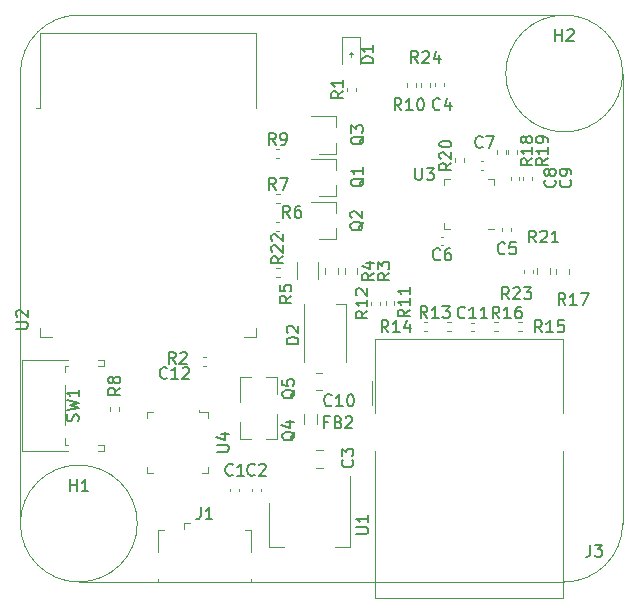
<source format=gbr>
G04 #@! TF.GenerationSoftware,KiCad,Pcbnew,(5.1.7)-1*
G04 #@! TF.CreationDate,2021-04-05T15:35:13-07:00*
G04 #@! TF.ProjectId,EsperDNS,45737065-7244-44e5-932e-6b696361645f,rev?*
G04 #@! TF.SameCoordinates,Original*
G04 #@! TF.FileFunction,Legend,Top*
G04 #@! TF.FilePolarity,Positive*
%FSLAX46Y46*%
G04 Gerber Fmt 4.6, Leading zero omitted, Abs format (unit mm)*
G04 Created by KiCad (PCBNEW (5.1.7)-1) date 2021-04-05 15:35:13*
%MOMM*%
%LPD*%
G01*
G04 APERTURE LIST*
G04 #@! TA.AperFunction,Profile*
%ADD10C,0.100000*%
G04 #@! TD*
%ADD11C,0.120000*%
%ADD12C,0.100000*%
%ADD13C,0.150000*%
G04 APERTURE END LIST*
D10*
X-25500000Y-19050000D02*
G75*
G03*
X-20550000Y-24000000I4950000J0D01*
G01*
X20550000Y-24000000D02*
G75*
G03*
X25500000Y-19050000I0J4950000D01*
G01*
X25500000Y19050000D02*
G75*
G03*
X20550000Y24000000I-4950000J0D01*
G01*
X-20550000Y24000000D02*
G75*
G03*
X-25500000Y19050000I0J-4950000D01*
G01*
D11*
X-15600000Y-19050000D02*
G75*
G03*
X-15600000Y-19050000I-4950000J0D01*
G01*
X25500000Y19050000D02*
G75*
G03*
X25500000Y19050000I-4950000J0D01*
G01*
X2350000Y20700000D02*
X2500000Y20850000D01*
X2650000Y20700000D02*
X2350000Y20700000D01*
X2500000Y20850000D02*
X2650000Y20700000D01*
X2500000Y20450000D02*
X2500000Y20850000D01*
D10*
X25500000Y19050000D02*
X25500000Y-19050000D01*
X-20550000Y24000000D02*
X20550000Y24000000D01*
X-25500000Y19050000D02*
X-25500000Y-19050000D01*
X-20550000Y-24000000D02*
X20550000Y-24000000D01*
D12*
X-14800000Y-9600000D02*
X-14300000Y-9600000D01*
X-14800000Y-9600000D02*
X-14800000Y-10100000D01*
X-14800000Y-14800000D02*
X-14800000Y-14300000D01*
X-14800000Y-14800000D02*
X-14300000Y-14800000D01*
X-9600000Y-14800000D02*
X-10100000Y-14800000D01*
X-9600000Y-14800000D02*
X-9600000Y-14300000D01*
X-9600000Y-9600000D02*
X-10400000Y-9600000D01*
X-10400000Y-9600000D02*
X-10400000Y-9400000D01*
X-9600000Y-9600000D02*
X-9600000Y-10100000D01*
D11*
X-13806000Y-19573500D02*
X-13356000Y-19573500D01*
X-13806000Y-21423500D02*
X-13806000Y-19573500D01*
X-6006000Y-23973500D02*
X-6006000Y-23723500D01*
X-13806000Y-23973500D02*
X-13806000Y-23723500D01*
X-6006000Y-21423500D02*
X-6006000Y-19573500D01*
X-6006000Y-19573500D02*
X-6456000Y-19573500D01*
X-11606000Y-19023500D02*
X-11156000Y-19023500D01*
X-11606000Y-19023500D02*
X-11606000Y-19473500D01*
X-3754000Y-6606000D02*
X-4684000Y-6606000D01*
X-6914000Y-6606000D02*
X-5984000Y-6606000D01*
X-6914000Y-6606000D02*
X-6914000Y-8766000D01*
X-3754000Y-6606000D02*
X-3754000Y-8066000D01*
X-6914000Y-11936000D02*
X-5984000Y-11936000D01*
X-3754000Y-11936000D02*
X-4684000Y-11936000D01*
X-3754000Y-11936000D02*
X-3754000Y-9776000D01*
X-6914000Y-11936000D02*
X-6914000Y-10476000D01*
X-461252Y-7735000D02*
X61252Y-7735000D01*
X-461252Y-6265000D02*
X61252Y-6265000D01*
X-436252Y-14335000D02*
X86252Y-14335000D01*
X-436252Y-12865000D02*
X86252Y-12865000D01*
X19322500Y2072742D02*
X19322500Y2547258D01*
X18277500Y2072742D02*
X18277500Y2547258D01*
X19877500Y2537258D02*
X19877500Y2062742D01*
X20922500Y2537258D02*
X20922500Y2062742D01*
X-1460000Y-9800378D02*
X-1460000Y-10599622D01*
X-340000Y-9800378D02*
X-340000Y-10599622D01*
X-3546359Y2580000D02*
X-3853641Y2580000D01*
X-3546359Y1820000D02*
X-3853641Y1820000D01*
X10865000Y5890000D02*
X10390000Y5890000D01*
X10390000Y5890000D02*
X10390000Y6365000D01*
X14135000Y10110000D02*
X14610000Y10110000D01*
X14610000Y10110000D02*
X14610000Y9635000D01*
X10865000Y10110000D02*
X10390000Y10110000D01*
X10390000Y10110000D02*
X10390000Y9635000D01*
X14135000Y5890000D02*
X14610000Y5890000D01*
X-23820000Y-2455000D02*
X-23820000Y-3235000D01*
X-23820000Y-3235000D02*
X-22820000Y-3235000D01*
X-5580000Y-2455000D02*
X-5580000Y-3235000D01*
X-5580000Y-3235000D02*
X-6580000Y-3235000D01*
X-23820000Y22510000D02*
X-5580000Y22510000D01*
X-5580000Y22510000D02*
X-5580000Y16090000D01*
X-23820000Y22510000D02*
X-23820000Y16090000D01*
X-23820000Y16090000D02*
X-24200000Y16090000D01*
X-4410000Y-21060000D02*
X-3150000Y-21060000D01*
X2410000Y-21060000D02*
X1150000Y-21060000D01*
X-4410000Y-17300000D02*
X-4410000Y-21060000D01*
X2410000Y-15050000D02*
X2410000Y-21060000D01*
X-21730000Y-12390000D02*
X-21500000Y-12390000D01*
X-25400000Y-12910000D02*
X-25400000Y-5190000D01*
X-25400000Y-5190000D02*
X-21500000Y-5190000D01*
X-18390000Y-12910000D02*
X-18390000Y-12390000D01*
X-25400000Y-12910000D02*
X-21500000Y-12910000D01*
X-21730000Y-5710000D02*
X-21500000Y-5710000D01*
X-18900000Y-12390000D02*
X-18390000Y-12390000D01*
X-18900000Y-12910000D02*
X-18390000Y-12910000D01*
X-21730000Y-6250000D02*
X-21730000Y-5710000D01*
X-18900000Y-5710000D02*
X-18390000Y-5710000D01*
X-18390000Y-5710000D02*
X-18390000Y-5190000D01*
X-18900000Y-5190000D02*
X-18390000Y-5190000D01*
X-21730000Y-12390000D02*
X-21730000Y-11850000D01*
X-21730000Y-10750000D02*
X-21730000Y-7350000D01*
X8420000Y17946359D02*
X8420000Y18253641D01*
X9180000Y17946359D02*
X9180000Y18253641D01*
X17880000Y2453641D02*
X17880000Y2146359D01*
X17120000Y2453641D02*
X17120000Y2146359D01*
X11320000Y11556359D02*
X11320000Y11863641D01*
X12080000Y11556359D02*
X12080000Y11863641D01*
X15820000Y12256359D02*
X15820000Y12563641D01*
X16580000Y12256359D02*
X16580000Y12563641D01*
X14820000Y12256359D02*
X14820000Y12563641D01*
X15580000Y12256359D02*
X15580000Y12563641D01*
X14636359Y-2020000D02*
X14943641Y-2020000D01*
X14636359Y-2780000D02*
X14943641Y-2780000D01*
X16963641Y-2780000D02*
X16656359Y-2780000D01*
X16963641Y-2020000D02*
X16656359Y-2020000D01*
X8636359Y-2020000D02*
X8943641Y-2020000D01*
X8636359Y-2780000D02*
X8943641Y-2780000D01*
X10963641Y-2780000D02*
X10656359Y-2780000D01*
X10963641Y-2020000D02*
X10656359Y-2020000D01*
X4220000Y-563641D02*
X4220000Y-256359D01*
X4980000Y-563641D02*
X4980000Y-256359D01*
X5420000Y-553641D02*
X5420000Y-246359D01*
X6180000Y-553641D02*
X6180000Y-246359D01*
X7980000Y18243641D02*
X7980000Y17936359D01*
X7220000Y18243641D02*
X7220000Y17936359D01*
X-3863641Y12680000D02*
X-3556359Y12680000D01*
X-3863641Y11920000D02*
X-3556359Y11920000D01*
X-17880000Y-9503641D02*
X-17880000Y-9196359D01*
X-17120000Y-9503641D02*
X-17120000Y-9196359D01*
X-3853641Y8880000D02*
X-3546359Y8880000D01*
X-3853641Y8120000D02*
X-3546359Y8120000D01*
X-3863641Y6480000D02*
X-3556359Y6480000D01*
X-3863641Y5720000D02*
X-3556359Y5720000D01*
X-2110000Y1660436D02*
X-2110000Y3114564D01*
X-290000Y1660436D02*
X-290000Y3114564D01*
X327500Y2087742D02*
X327500Y2562258D01*
X1372500Y2087742D02*
X1372500Y2562258D01*
X1977500Y2087742D02*
X1977500Y2562258D01*
X3022500Y2087742D02*
X3022500Y2562258D01*
X-9752359Y-5714000D02*
X-10059641Y-5714000D01*
X-9752359Y-4954000D02*
X-10059641Y-4954000D01*
X2170000Y17556359D02*
X2170000Y17863641D01*
X2930000Y17556359D02*
X2930000Y17863641D01*
X1260000Y12270000D02*
X1260000Y13200000D01*
X1260000Y15430000D02*
X1260000Y14500000D01*
X1260000Y15430000D02*
X-900000Y15430000D01*
X1260000Y12270000D02*
X-200000Y12270000D01*
X1260000Y5020000D02*
X1260000Y5950000D01*
X1260000Y8180000D02*
X1260000Y7250000D01*
X1260000Y8180000D02*
X-900000Y8180000D01*
X1260000Y5020000D02*
X-200000Y5020000D01*
X1260000Y8670000D02*
X1260000Y9600000D01*
X1260000Y11830000D02*
X1260000Y10900000D01*
X1260000Y11830000D02*
X-900000Y11830000D01*
X1260000Y8670000D02*
X-200000Y8670000D01*
X4490000Y-9690000D02*
X4490000Y-3410000D01*
X4490000Y-3410000D02*
X20440000Y-3410000D01*
X20440000Y-3410000D02*
X20440000Y-9690000D01*
X20440000Y-12890000D02*
X20440000Y-25330000D01*
X20440000Y-25330000D02*
X4490000Y-25330000D01*
X4490000Y-25330000D02*
X4490000Y-12890000D01*
X4290000Y-7000000D02*
X4290000Y-9000000D01*
X2100000Y-450000D02*
X1200000Y-450000D01*
X-1500000Y-450000D02*
X-1500000Y-5350000D01*
X2100000Y-5350000D02*
X2100000Y-450000D01*
X3235000Y19862500D02*
X3235000Y22147500D01*
X3235000Y22147500D02*
X1765000Y22147500D01*
X1765000Y22147500D02*
X1765000Y19862500D01*
X12672164Y-2040000D02*
X12887836Y-2040000D01*
X12672164Y-2760000D02*
X12887836Y-2760000D01*
X17090000Y10072164D02*
X17090000Y10287836D01*
X17810000Y10072164D02*
X17810000Y10287836D01*
X16040000Y10072164D02*
X16040000Y10287836D01*
X16760000Y10072164D02*
X16760000Y10287836D01*
X13492164Y11610000D02*
X13707836Y11610000D01*
X13492164Y10890000D02*
X13707836Y10890000D01*
X10327836Y4490000D02*
X10112164Y4490000D01*
X10327836Y5210000D02*
X10112164Y5210000D01*
X16010000Y5957836D02*
X16010000Y5742164D01*
X15290000Y5957836D02*
X15290000Y5742164D01*
X9640000Y17992164D02*
X9640000Y18207836D01*
X10360000Y17992164D02*
X10360000Y18207836D01*
X-5140000Y-16092164D02*
X-5140000Y-16307836D01*
X-5860000Y-16092164D02*
X-5860000Y-16307836D01*
X-6990000Y-16112164D02*
X-6990000Y-16327836D01*
X-7710000Y-16112164D02*
X-7710000Y-16327836D01*
D13*
X-8847619Y-12961904D02*
X-8038095Y-12961904D01*
X-7942857Y-12914285D01*
X-7895238Y-12866666D01*
X-7847619Y-12771428D01*
X-7847619Y-12580952D01*
X-7895238Y-12485714D01*
X-7942857Y-12438095D01*
X-8038095Y-12390476D01*
X-8847619Y-12390476D01*
X-8514285Y-11485714D02*
X-7847619Y-11485714D01*
X-8895238Y-11723809D02*
X-8180952Y-11961904D01*
X-8180952Y-11342857D01*
X-13088857Y-6707142D02*
X-13136476Y-6754761D01*
X-13279333Y-6802380D01*
X-13374571Y-6802380D01*
X-13517428Y-6754761D01*
X-13612666Y-6659523D01*
X-13660285Y-6564285D01*
X-13707904Y-6373809D01*
X-13707904Y-6230952D01*
X-13660285Y-6040476D01*
X-13612666Y-5945238D01*
X-13517428Y-5850000D01*
X-13374571Y-5802380D01*
X-13279333Y-5802380D01*
X-13136476Y-5850000D01*
X-13088857Y-5897619D01*
X-12136476Y-6802380D02*
X-12707904Y-6802380D01*
X-12422190Y-6802380D02*
X-12422190Y-5802380D01*
X-12517428Y-5945238D01*
X-12612666Y-6040476D01*
X-12707904Y-6088095D01*
X-11755523Y-5897619D02*
X-11707904Y-5850000D01*
X-11612666Y-5802380D01*
X-11374571Y-5802380D01*
X-11279333Y-5850000D01*
X-11231714Y-5897619D01*
X-11184095Y-5992857D01*
X-11184095Y-6088095D01*
X-11231714Y-6230952D01*
X-11803142Y-6802380D01*
X-11184095Y-6802380D01*
X-10239333Y-17675880D02*
X-10239333Y-18390166D01*
X-10286952Y-18533023D01*
X-10382190Y-18628261D01*
X-10525047Y-18675880D01*
X-10620285Y-18675880D01*
X-9239333Y-18675880D02*
X-9810761Y-18675880D01*
X-9525047Y-18675880D02*
X-9525047Y-17675880D01*
X-9620285Y-17818738D01*
X-9715523Y-17913976D01*
X-9810761Y-17961595D01*
X-2246380Y-7715238D02*
X-2294000Y-7810476D01*
X-2389238Y-7905714D01*
X-2532095Y-8048571D01*
X-2579714Y-8143809D01*
X-2579714Y-8239047D01*
X-2341619Y-8191428D02*
X-2389238Y-8286666D01*
X-2484476Y-8381904D01*
X-2674952Y-8429523D01*
X-3008285Y-8429523D01*
X-3198761Y-8381904D01*
X-3294000Y-8286666D01*
X-3341619Y-8191428D01*
X-3341619Y-8000952D01*
X-3294000Y-7905714D01*
X-3198761Y-7810476D01*
X-3008285Y-7762857D01*
X-2674952Y-7762857D01*
X-2484476Y-7810476D01*
X-2389238Y-7905714D01*
X-2341619Y-8000952D01*
X-2341619Y-8191428D01*
X-3341619Y-6858095D02*
X-3341619Y-7334285D01*
X-2865428Y-7381904D01*
X-2913047Y-7334285D01*
X-2960666Y-7239047D01*
X-2960666Y-7000952D01*
X-2913047Y-6905714D01*
X-2865428Y-6858095D01*
X-2770190Y-6810476D01*
X-2532095Y-6810476D01*
X-2436857Y-6858095D01*
X-2389238Y-6905714D01*
X-2341619Y-7000952D01*
X-2341619Y-7239047D01*
X-2389238Y-7334285D01*
X-2436857Y-7381904D01*
X-2246380Y-11271238D02*
X-2294000Y-11366476D01*
X-2389238Y-11461714D01*
X-2532095Y-11604571D01*
X-2579714Y-11699809D01*
X-2579714Y-11795047D01*
X-2341619Y-11747428D02*
X-2389238Y-11842666D01*
X-2484476Y-11937904D01*
X-2674952Y-11985523D01*
X-3008285Y-11985523D01*
X-3198761Y-11937904D01*
X-3294000Y-11842666D01*
X-3341619Y-11747428D01*
X-3341619Y-11556952D01*
X-3294000Y-11461714D01*
X-3198761Y-11366476D01*
X-3008285Y-11318857D01*
X-2674952Y-11318857D01*
X-2484476Y-11366476D01*
X-2389238Y-11461714D01*
X-2341619Y-11556952D01*
X-2341619Y-11747428D01*
X-3008285Y-10461714D02*
X-2341619Y-10461714D01*
X-3389238Y-10699809D02*
X-2674952Y-10937904D01*
X-2674952Y-10318857D01*
X847142Y-9017142D02*
X799523Y-9064761D01*
X656666Y-9112380D01*
X561428Y-9112380D01*
X418571Y-9064761D01*
X323333Y-8969523D01*
X275714Y-8874285D01*
X228095Y-8683809D01*
X228095Y-8540952D01*
X275714Y-8350476D01*
X323333Y-8255238D01*
X418571Y-8160000D01*
X561428Y-8112380D01*
X656666Y-8112380D01*
X799523Y-8160000D01*
X847142Y-8207619D01*
X1799523Y-9112380D02*
X1228095Y-9112380D01*
X1513809Y-9112380D02*
X1513809Y-8112380D01*
X1418571Y-8255238D01*
X1323333Y-8350476D01*
X1228095Y-8398095D01*
X2418571Y-8112380D02*
X2513809Y-8112380D01*
X2609047Y-8160000D01*
X2656666Y-8207619D01*
X2704285Y-8302857D01*
X2751904Y-8493333D01*
X2751904Y-8731428D01*
X2704285Y-8921904D01*
X2656666Y-9017142D01*
X2609047Y-9064761D01*
X2513809Y-9112380D01*
X2418571Y-9112380D01*
X2323333Y-9064761D01*
X2275714Y-9017142D01*
X2228095Y-8921904D01*
X2180476Y-8731428D01*
X2180476Y-8493333D01*
X2228095Y-8302857D01*
X2275714Y-8207619D01*
X2323333Y-8160000D01*
X2418571Y-8112380D01*
X2607142Y-13656666D02*
X2654761Y-13704285D01*
X2702380Y-13847142D01*
X2702380Y-13942380D01*
X2654761Y-14085238D01*
X2559523Y-14180476D01*
X2464285Y-14228095D01*
X2273809Y-14275714D01*
X2130952Y-14275714D01*
X1940476Y-14228095D01*
X1845238Y-14180476D01*
X1750000Y-14085238D01*
X1702380Y-13942380D01*
X1702380Y-13847142D01*
X1750000Y-13704285D01*
X1797619Y-13656666D01*
X1702380Y-13323333D02*
X1702380Y-12704285D01*
X2083333Y-13037619D01*
X2083333Y-12894761D01*
X2130952Y-12799523D01*
X2178571Y-12751904D01*
X2273809Y-12704285D01*
X2511904Y-12704285D01*
X2607142Y-12751904D01*
X2654761Y-12799523D01*
X2702380Y-12894761D01*
X2702380Y-13180476D01*
X2654761Y-13275714D01*
X2607142Y-13323333D01*
X18157142Y4747619D02*
X17823809Y5223809D01*
X17585714Y4747619D02*
X17585714Y5747619D01*
X17966666Y5747619D01*
X18061904Y5700000D01*
X18109523Y5652380D01*
X18157142Y5557142D01*
X18157142Y5414285D01*
X18109523Y5319047D01*
X18061904Y5271428D01*
X17966666Y5223809D01*
X17585714Y5223809D01*
X18538095Y5652380D02*
X18585714Y5700000D01*
X18680952Y5747619D01*
X18919047Y5747619D01*
X19014285Y5700000D01*
X19061904Y5652380D01*
X19109523Y5557142D01*
X19109523Y5461904D01*
X19061904Y5319047D01*
X18490476Y4747619D01*
X19109523Y4747619D01*
X20061904Y4747619D02*
X19490476Y4747619D01*
X19776190Y4747619D02*
X19776190Y5747619D01*
X19680952Y5604761D01*
X19585714Y5509523D01*
X19490476Y5461904D01*
X20657142Y-552380D02*
X20323809Y-76190D01*
X20085714Y-552380D02*
X20085714Y447619D01*
X20466666Y447619D01*
X20561904Y400000D01*
X20609523Y352380D01*
X20657142Y257142D01*
X20657142Y114285D01*
X20609523Y19047D01*
X20561904Y-28571D01*
X20466666Y-76190D01*
X20085714Y-76190D01*
X21609523Y-552380D02*
X21038095Y-552380D01*
X21323809Y-552380D02*
X21323809Y447619D01*
X21228571Y304761D01*
X21133333Y209523D01*
X21038095Y161904D01*
X21942857Y447619D02*
X22609523Y447619D01*
X22180952Y-552380D01*
X576666Y-10458571D02*
X243333Y-10458571D01*
X243333Y-10982380D02*
X243333Y-9982380D01*
X719523Y-9982380D01*
X1433809Y-10458571D02*
X1576666Y-10506190D01*
X1624285Y-10553809D01*
X1671904Y-10649047D01*
X1671904Y-10791904D01*
X1624285Y-10887142D01*
X1576666Y-10934761D01*
X1481428Y-10982380D01*
X1100476Y-10982380D01*
X1100476Y-9982380D01*
X1433809Y-9982380D01*
X1529047Y-10030000D01*
X1576666Y-10077619D01*
X1624285Y-10172857D01*
X1624285Y-10268095D01*
X1576666Y-10363333D01*
X1529047Y-10410952D01*
X1433809Y-10458571D01*
X1100476Y-10458571D01*
X2052857Y-10077619D02*
X2100476Y-10030000D01*
X2195714Y-9982380D01*
X2433809Y-9982380D01*
X2529047Y-10030000D01*
X2576666Y-10077619D01*
X2624285Y-10172857D01*
X2624285Y-10268095D01*
X2576666Y-10410952D01*
X2005238Y-10982380D01*
X2624285Y-10982380D01*
X-3247619Y3557142D02*
X-3723809Y3223809D01*
X-3247619Y2985714D02*
X-4247619Y2985714D01*
X-4247619Y3366666D01*
X-4200000Y3461904D01*
X-4152380Y3509523D01*
X-4057142Y3557142D01*
X-3914285Y3557142D01*
X-3819047Y3509523D01*
X-3771428Y3461904D01*
X-3723809Y3366666D01*
X-3723809Y2985714D01*
X-4152380Y3938095D02*
X-4200000Y3985714D01*
X-4247619Y4080952D01*
X-4247619Y4319047D01*
X-4200000Y4414285D01*
X-4152380Y4461904D01*
X-4057142Y4509523D01*
X-3961904Y4509523D01*
X-3819047Y4461904D01*
X-3247619Y3890476D01*
X-3247619Y4509523D01*
X-4152380Y4890476D02*
X-4200000Y4938095D01*
X-4247619Y5033333D01*
X-4247619Y5271428D01*
X-4200000Y5366666D01*
X-4152380Y5414285D01*
X-4057142Y5461904D01*
X-3961904Y5461904D01*
X-3819047Y5414285D01*
X-3247619Y4842857D01*
X-3247619Y5461904D01*
X7938095Y11047619D02*
X7938095Y10238095D01*
X7985714Y10142857D01*
X8033333Y10095238D01*
X8128571Y10047619D01*
X8319047Y10047619D01*
X8414285Y10095238D01*
X8461904Y10142857D01*
X8509523Y10238095D01*
X8509523Y11047619D01*
X8890476Y11047619D02*
X9509523Y11047619D01*
X9176190Y10666666D01*
X9319047Y10666666D01*
X9414285Y10619047D01*
X9461904Y10571428D01*
X9509523Y10476190D01*
X9509523Y10238095D01*
X9461904Y10142857D01*
X9414285Y10095238D01*
X9319047Y10047619D01*
X9033333Y10047619D01*
X8938095Y10095238D01*
X8890476Y10142857D01*
X-25857619Y-2546904D02*
X-25048095Y-2546904D01*
X-24952857Y-2499285D01*
X-24905238Y-2451666D01*
X-24857619Y-2356428D01*
X-24857619Y-2165952D01*
X-24905238Y-2070714D01*
X-24952857Y-2023095D01*
X-25048095Y-1975476D01*
X-25857619Y-1975476D01*
X-25762380Y-1546904D02*
X-25810000Y-1499285D01*
X-25857619Y-1404047D01*
X-25857619Y-1165952D01*
X-25810000Y-1070714D01*
X-25762380Y-1023095D01*
X-25667142Y-975476D01*
X-25571904Y-975476D01*
X-25429047Y-1023095D01*
X-24857619Y-1594523D01*
X-24857619Y-975476D01*
X2952380Y-19911904D02*
X3761904Y-19911904D01*
X3857142Y-19864285D01*
X3904761Y-19816666D01*
X3952380Y-19721428D01*
X3952380Y-19530952D01*
X3904761Y-19435714D01*
X3857142Y-19388095D01*
X3761904Y-19340476D01*
X2952380Y-19340476D01*
X3952380Y-18340476D02*
X3952380Y-18911904D01*
X3952380Y-18626190D02*
X2952380Y-18626190D01*
X3095238Y-18721428D01*
X3190476Y-18816666D01*
X3238095Y-18911904D01*
X-20615238Y-10383333D02*
X-20567619Y-10240476D01*
X-20567619Y-10002380D01*
X-20615238Y-9907142D01*
X-20662857Y-9859523D01*
X-20758095Y-9811904D01*
X-20853333Y-9811904D01*
X-20948571Y-9859523D01*
X-20996190Y-9907142D01*
X-21043809Y-10002380D01*
X-21091428Y-10192857D01*
X-21139047Y-10288095D01*
X-21186666Y-10335714D01*
X-21281904Y-10383333D01*
X-21377142Y-10383333D01*
X-21472380Y-10335714D01*
X-21520000Y-10288095D01*
X-21567619Y-10192857D01*
X-21567619Y-9954761D01*
X-21520000Y-9811904D01*
X-21567619Y-9478571D02*
X-20567619Y-9240476D01*
X-21281904Y-9050000D01*
X-20567619Y-8859523D01*
X-21567619Y-8621428D01*
X-20567619Y-7716666D02*
X-20567619Y-8288095D01*
X-20567619Y-8002380D02*
X-21567619Y-8002380D01*
X-21424761Y-8097619D01*
X-21329523Y-8192857D01*
X-21281904Y-8288095D01*
X8157142Y19947619D02*
X7823809Y20423809D01*
X7585714Y19947619D02*
X7585714Y20947619D01*
X7966666Y20947619D01*
X8061904Y20900000D01*
X8109523Y20852380D01*
X8157142Y20757142D01*
X8157142Y20614285D01*
X8109523Y20519047D01*
X8061904Y20471428D01*
X7966666Y20423809D01*
X7585714Y20423809D01*
X8538095Y20852380D02*
X8585714Y20900000D01*
X8680952Y20947619D01*
X8919047Y20947619D01*
X9014285Y20900000D01*
X9061904Y20852380D01*
X9109523Y20757142D01*
X9109523Y20661904D01*
X9061904Y20519047D01*
X8490476Y19947619D01*
X9109523Y19947619D01*
X9966666Y20614285D02*
X9966666Y19947619D01*
X9728571Y20995238D02*
X9490476Y20280952D01*
X10109523Y20280952D01*
X15857142Y-52380D02*
X15523809Y423809D01*
X15285714Y-52380D02*
X15285714Y947619D01*
X15666666Y947619D01*
X15761904Y900000D01*
X15809523Y852380D01*
X15857142Y757142D01*
X15857142Y614285D01*
X15809523Y519047D01*
X15761904Y471428D01*
X15666666Y423809D01*
X15285714Y423809D01*
X16238095Y852380D02*
X16285714Y900000D01*
X16380952Y947619D01*
X16619047Y947619D01*
X16714285Y900000D01*
X16761904Y852380D01*
X16809523Y757142D01*
X16809523Y661904D01*
X16761904Y519047D01*
X16190476Y-52380D01*
X16809523Y-52380D01*
X17142857Y947619D02*
X17761904Y947619D01*
X17428571Y566666D01*
X17571428Y566666D01*
X17666666Y519047D01*
X17714285Y471428D01*
X17761904Y376190D01*
X17761904Y138095D01*
X17714285Y42857D01*
X17666666Y-4761D01*
X17571428Y-52380D01*
X17285714Y-52380D01*
X17190476Y-4761D01*
X17142857Y42857D01*
X10982380Y11457142D02*
X10506190Y11123809D01*
X10982380Y10885714D02*
X9982380Y10885714D01*
X9982380Y11266666D01*
X10030000Y11361904D01*
X10077619Y11409523D01*
X10172857Y11457142D01*
X10315714Y11457142D01*
X10410952Y11409523D01*
X10458571Y11361904D01*
X10506190Y11266666D01*
X10506190Y10885714D01*
X10077619Y11838095D02*
X10030000Y11885714D01*
X9982380Y11980952D01*
X9982380Y12219047D01*
X10030000Y12314285D01*
X10077619Y12361904D01*
X10172857Y12409523D01*
X10268095Y12409523D01*
X10410952Y12361904D01*
X10982380Y11790476D01*
X10982380Y12409523D01*
X9982380Y13028571D02*
X9982380Y13123809D01*
X10030000Y13219047D01*
X10077619Y13266666D01*
X10172857Y13314285D01*
X10363333Y13361904D01*
X10601428Y13361904D01*
X10791904Y13314285D01*
X10887142Y13266666D01*
X10934761Y13219047D01*
X10982380Y13123809D01*
X10982380Y13028571D01*
X10934761Y12933333D01*
X10887142Y12885714D01*
X10791904Y12838095D01*
X10601428Y12790476D01*
X10363333Y12790476D01*
X10172857Y12838095D01*
X10077619Y12885714D01*
X10030000Y12933333D01*
X9982380Y13028571D01*
X19152380Y11857142D02*
X18676190Y11523809D01*
X19152380Y11285714D02*
X18152380Y11285714D01*
X18152380Y11666666D01*
X18200000Y11761904D01*
X18247619Y11809523D01*
X18342857Y11857142D01*
X18485714Y11857142D01*
X18580952Y11809523D01*
X18628571Y11761904D01*
X18676190Y11666666D01*
X18676190Y11285714D01*
X19152380Y12809523D02*
X19152380Y12238095D01*
X19152380Y12523809D02*
X18152380Y12523809D01*
X18295238Y12428571D01*
X18390476Y12333333D01*
X18438095Y12238095D01*
X19152380Y13285714D02*
X19152380Y13476190D01*
X19104761Y13571428D01*
X19057142Y13619047D01*
X18914285Y13714285D01*
X18723809Y13761904D01*
X18342857Y13761904D01*
X18247619Y13714285D01*
X18200000Y13666666D01*
X18152380Y13571428D01*
X18152380Y13380952D01*
X18200000Y13285714D01*
X18247619Y13238095D01*
X18342857Y13190476D01*
X18580952Y13190476D01*
X18676190Y13238095D01*
X18723809Y13285714D01*
X18771428Y13380952D01*
X18771428Y13571428D01*
X18723809Y13666666D01*
X18676190Y13714285D01*
X18580952Y13761904D01*
X17852380Y11857142D02*
X17376190Y11523809D01*
X17852380Y11285714D02*
X16852380Y11285714D01*
X16852380Y11666666D01*
X16900000Y11761904D01*
X16947619Y11809523D01*
X17042857Y11857142D01*
X17185714Y11857142D01*
X17280952Y11809523D01*
X17328571Y11761904D01*
X17376190Y11666666D01*
X17376190Y11285714D01*
X17852380Y12809523D02*
X17852380Y12238095D01*
X17852380Y12523809D02*
X16852380Y12523809D01*
X16995238Y12428571D01*
X17090476Y12333333D01*
X17138095Y12238095D01*
X17280952Y13380952D02*
X17233333Y13285714D01*
X17185714Y13238095D01*
X17090476Y13190476D01*
X17042857Y13190476D01*
X16947619Y13238095D01*
X16900000Y13285714D01*
X16852380Y13380952D01*
X16852380Y13571428D01*
X16900000Y13666666D01*
X16947619Y13714285D01*
X17042857Y13761904D01*
X17090476Y13761904D01*
X17185714Y13714285D01*
X17233333Y13666666D01*
X17280952Y13571428D01*
X17280952Y13380952D01*
X17328571Y13285714D01*
X17376190Y13238095D01*
X17471428Y13190476D01*
X17661904Y13190476D01*
X17757142Y13238095D01*
X17804761Y13285714D01*
X17852380Y13380952D01*
X17852380Y13571428D01*
X17804761Y13666666D01*
X17757142Y13714285D01*
X17661904Y13761904D01*
X17471428Y13761904D01*
X17376190Y13714285D01*
X17328571Y13666666D01*
X17280952Y13571428D01*
X15057142Y-1682380D02*
X14723809Y-1206190D01*
X14485714Y-1682380D02*
X14485714Y-682380D01*
X14866666Y-682380D01*
X14961904Y-730000D01*
X15009523Y-777619D01*
X15057142Y-872857D01*
X15057142Y-1015714D01*
X15009523Y-1110952D01*
X14961904Y-1158571D01*
X14866666Y-1206190D01*
X14485714Y-1206190D01*
X16009523Y-1682380D02*
X15438095Y-1682380D01*
X15723809Y-1682380D02*
X15723809Y-682380D01*
X15628571Y-825238D01*
X15533333Y-920476D01*
X15438095Y-968095D01*
X16866666Y-682380D02*
X16676190Y-682380D01*
X16580952Y-730000D01*
X16533333Y-777619D01*
X16438095Y-920476D01*
X16390476Y-1110952D01*
X16390476Y-1491904D01*
X16438095Y-1587142D01*
X16485714Y-1634761D01*
X16580952Y-1682380D01*
X16771428Y-1682380D01*
X16866666Y-1634761D01*
X16914285Y-1587142D01*
X16961904Y-1491904D01*
X16961904Y-1253809D01*
X16914285Y-1158571D01*
X16866666Y-1110952D01*
X16771428Y-1063333D01*
X16580952Y-1063333D01*
X16485714Y-1110952D01*
X16438095Y-1158571D01*
X16390476Y-1253809D01*
X18657142Y-2852380D02*
X18323809Y-2376190D01*
X18085714Y-2852380D02*
X18085714Y-1852380D01*
X18466666Y-1852380D01*
X18561904Y-1900000D01*
X18609523Y-1947619D01*
X18657142Y-2042857D01*
X18657142Y-2185714D01*
X18609523Y-2280952D01*
X18561904Y-2328571D01*
X18466666Y-2376190D01*
X18085714Y-2376190D01*
X19609523Y-2852380D02*
X19038095Y-2852380D01*
X19323809Y-2852380D02*
X19323809Y-1852380D01*
X19228571Y-1995238D01*
X19133333Y-2090476D01*
X19038095Y-2138095D01*
X20514285Y-1852380D02*
X20038095Y-1852380D01*
X19990476Y-2328571D01*
X20038095Y-2280952D01*
X20133333Y-2233333D01*
X20371428Y-2233333D01*
X20466666Y-2280952D01*
X20514285Y-2328571D01*
X20561904Y-2423809D01*
X20561904Y-2661904D01*
X20514285Y-2757142D01*
X20466666Y-2804761D01*
X20371428Y-2852380D01*
X20133333Y-2852380D01*
X20038095Y-2804761D01*
X19990476Y-2757142D01*
X5657142Y-2852380D02*
X5323809Y-2376190D01*
X5085714Y-2852380D02*
X5085714Y-1852380D01*
X5466666Y-1852380D01*
X5561904Y-1900000D01*
X5609523Y-1947619D01*
X5657142Y-2042857D01*
X5657142Y-2185714D01*
X5609523Y-2280952D01*
X5561904Y-2328571D01*
X5466666Y-2376190D01*
X5085714Y-2376190D01*
X6609523Y-2852380D02*
X6038095Y-2852380D01*
X6323809Y-2852380D02*
X6323809Y-1852380D01*
X6228571Y-1995238D01*
X6133333Y-2090476D01*
X6038095Y-2138095D01*
X7466666Y-2185714D02*
X7466666Y-2852380D01*
X7228571Y-1804761D02*
X6990476Y-2519047D01*
X7609523Y-2519047D01*
X8957142Y-1652380D02*
X8623809Y-1176190D01*
X8385714Y-1652380D02*
X8385714Y-652380D01*
X8766666Y-652380D01*
X8861904Y-700000D01*
X8909523Y-747619D01*
X8957142Y-842857D01*
X8957142Y-985714D01*
X8909523Y-1080952D01*
X8861904Y-1128571D01*
X8766666Y-1176190D01*
X8385714Y-1176190D01*
X9909523Y-1652380D02*
X9338095Y-1652380D01*
X9623809Y-1652380D02*
X9623809Y-652380D01*
X9528571Y-795238D01*
X9433333Y-890476D01*
X9338095Y-938095D01*
X10242857Y-652380D02*
X10861904Y-652380D01*
X10528571Y-1033333D01*
X10671428Y-1033333D01*
X10766666Y-1080952D01*
X10814285Y-1128571D01*
X10861904Y-1223809D01*
X10861904Y-1461904D01*
X10814285Y-1557142D01*
X10766666Y-1604761D01*
X10671428Y-1652380D01*
X10385714Y-1652380D01*
X10290476Y-1604761D01*
X10242857Y-1557142D01*
X3882380Y-1052857D02*
X3406190Y-1386190D01*
X3882380Y-1624285D02*
X2882380Y-1624285D01*
X2882380Y-1243333D01*
X2930000Y-1148095D01*
X2977619Y-1100476D01*
X3072857Y-1052857D01*
X3215714Y-1052857D01*
X3310952Y-1100476D01*
X3358571Y-1148095D01*
X3406190Y-1243333D01*
X3406190Y-1624285D01*
X3882380Y-100476D02*
X3882380Y-671904D01*
X3882380Y-386190D02*
X2882380Y-386190D01*
X3025238Y-481428D01*
X3120476Y-576666D01*
X3168095Y-671904D01*
X2977619Y280476D02*
X2930000Y328095D01*
X2882380Y423333D01*
X2882380Y661428D01*
X2930000Y756666D01*
X2977619Y804285D01*
X3072857Y851904D01*
X3168095Y851904D01*
X3310952Y804285D01*
X3882380Y232857D01*
X3882380Y851904D01*
X7452380Y-942857D02*
X6976190Y-1276190D01*
X7452380Y-1514285D02*
X6452380Y-1514285D01*
X6452380Y-1133333D01*
X6500000Y-1038095D01*
X6547619Y-990476D01*
X6642857Y-942857D01*
X6785714Y-942857D01*
X6880952Y-990476D01*
X6928571Y-1038095D01*
X6976190Y-1133333D01*
X6976190Y-1514285D01*
X7452380Y9523D02*
X7452380Y-561904D01*
X7452380Y-276190D02*
X6452380Y-276190D01*
X6595238Y-371428D01*
X6690476Y-466666D01*
X6738095Y-561904D01*
X7452380Y961904D02*
X7452380Y390476D01*
X7452380Y676190D02*
X6452380Y676190D01*
X6595238Y580952D01*
X6690476Y485714D01*
X6738095Y390476D01*
X6757142Y15947619D02*
X6423809Y16423809D01*
X6185714Y15947619D02*
X6185714Y16947619D01*
X6566666Y16947619D01*
X6661904Y16900000D01*
X6709523Y16852380D01*
X6757142Y16757142D01*
X6757142Y16614285D01*
X6709523Y16519047D01*
X6661904Y16471428D01*
X6566666Y16423809D01*
X6185714Y16423809D01*
X7709523Y15947619D02*
X7138095Y15947619D01*
X7423809Y15947619D02*
X7423809Y16947619D01*
X7328571Y16804761D01*
X7233333Y16709523D01*
X7138095Y16661904D01*
X8328571Y16947619D02*
X8423809Y16947619D01*
X8519047Y16900000D01*
X8566666Y16852380D01*
X8614285Y16757142D01*
X8661904Y16566666D01*
X8661904Y16328571D01*
X8614285Y16138095D01*
X8566666Y16042857D01*
X8519047Y15995238D01*
X8423809Y15947619D01*
X8328571Y15947619D01*
X8233333Y15995238D01*
X8185714Y16042857D01*
X8138095Y16138095D01*
X8090476Y16328571D01*
X8090476Y16566666D01*
X8138095Y16757142D01*
X8185714Y16852380D01*
X8233333Y16900000D01*
X8328571Y16947619D01*
X-3876666Y13017619D02*
X-4210000Y13493809D01*
X-4448095Y13017619D02*
X-4448095Y14017619D01*
X-4067142Y14017619D01*
X-3971904Y13970000D01*
X-3924285Y13922380D01*
X-3876666Y13827142D01*
X-3876666Y13684285D01*
X-3924285Y13589047D01*
X-3971904Y13541428D01*
X-4067142Y13493809D01*
X-4448095Y13493809D01*
X-3400476Y13017619D02*
X-3210000Y13017619D01*
X-3114761Y13065238D01*
X-3067142Y13112857D01*
X-2971904Y13255714D01*
X-2924285Y13446190D01*
X-2924285Y13827142D01*
X-2971904Y13922380D01*
X-3019523Y13970000D01*
X-3114761Y14017619D01*
X-3305238Y14017619D01*
X-3400476Y13970000D01*
X-3448095Y13922380D01*
X-3495714Y13827142D01*
X-3495714Y13589047D01*
X-3448095Y13493809D01*
X-3400476Y13446190D01*
X-3305238Y13398571D01*
X-3114761Y13398571D01*
X-3019523Y13446190D01*
X-2971904Y13493809D01*
X-2924285Y13589047D01*
X-17047619Y-7566666D02*
X-17523809Y-7900000D01*
X-17047619Y-8138095D02*
X-18047619Y-8138095D01*
X-18047619Y-7757142D01*
X-18000000Y-7661904D01*
X-17952380Y-7614285D01*
X-17857142Y-7566666D01*
X-17714285Y-7566666D01*
X-17619047Y-7614285D01*
X-17571428Y-7661904D01*
X-17523809Y-7757142D01*
X-17523809Y-8138095D01*
X-17619047Y-6995238D02*
X-17666666Y-7090476D01*
X-17714285Y-7138095D01*
X-17809523Y-7185714D01*
X-17857142Y-7185714D01*
X-17952380Y-7138095D01*
X-18000000Y-7090476D01*
X-18047619Y-6995238D01*
X-18047619Y-6804761D01*
X-18000000Y-6709523D01*
X-17952380Y-6661904D01*
X-17857142Y-6614285D01*
X-17809523Y-6614285D01*
X-17714285Y-6661904D01*
X-17666666Y-6709523D01*
X-17619047Y-6804761D01*
X-17619047Y-6995238D01*
X-17571428Y-7090476D01*
X-17523809Y-7138095D01*
X-17428571Y-7185714D01*
X-17238095Y-7185714D01*
X-17142857Y-7138095D01*
X-17095238Y-7090476D01*
X-17047619Y-6995238D01*
X-17047619Y-6804761D01*
X-17095238Y-6709523D01*
X-17142857Y-6661904D01*
X-17238095Y-6614285D01*
X-17428571Y-6614285D01*
X-17523809Y-6661904D01*
X-17571428Y-6709523D01*
X-17619047Y-6804761D01*
X-3866666Y9217619D02*
X-4200000Y9693809D01*
X-4438095Y9217619D02*
X-4438095Y10217619D01*
X-4057142Y10217619D01*
X-3961904Y10170000D01*
X-3914285Y10122380D01*
X-3866666Y10027142D01*
X-3866666Y9884285D01*
X-3914285Y9789047D01*
X-3961904Y9741428D01*
X-4057142Y9693809D01*
X-4438095Y9693809D01*
X-3533333Y10217619D02*
X-2866666Y10217619D01*
X-3295238Y9217619D01*
X-2666666Y6847619D02*
X-3000000Y7323809D01*
X-3238095Y6847619D02*
X-3238095Y7847619D01*
X-2857142Y7847619D01*
X-2761904Y7800000D01*
X-2714285Y7752380D01*
X-2666666Y7657142D01*
X-2666666Y7514285D01*
X-2714285Y7419047D01*
X-2761904Y7371428D01*
X-2857142Y7323809D01*
X-3238095Y7323809D01*
X-1809523Y7847619D02*
X-2000000Y7847619D01*
X-2095238Y7800000D01*
X-2142857Y7752380D01*
X-2238095Y7609523D01*
X-2285714Y7419047D01*
X-2285714Y7038095D01*
X-2238095Y6942857D01*
X-2190476Y6895238D01*
X-2095238Y6847619D01*
X-1904761Y6847619D01*
X-1809523Y6895238D01*
X-1761904Y6942857D01*
X-1714285Y7038095D01*
X-1714285Y7276190D01*
X-1761904Y7371428D01*
X-1809523Y7419047D01*
X-1904761Y7466666D01*
X-2095238Y7466666D01*
X-2190476Y7419047D01*
X-2238095Y7371428D01*
X-2285714Y7276190D01*
X-2547619Y233333D02*
X-3023809Y-100000D01*
X-2547619Y-338095D02*
X-3547619Y-338095D01*
X-3547619Y42857D01*
X-3500000Y138095D01*
X-3452380Y185714D01*
X-3357142Y233333D01*
X-3214285Y233333D01*
X-3119047Y185714D01*
X-3071428Y138095D01*
X-3023809Y42857D01*
X-3023809Y-338095D01*
X-3547619Y1138095D02*
X-3547619Y661904D01*
X-3071428Y614285D01*
X-3119047Y661904D01*
X-3166666Y757142D01*
X-3166666Y995238D01*
X-3119047Y1090476D01*
X-3071428Y1138095D01*
X-2976190Y1185714D01*
X-2738095Y1185714D01*
X-2642857Y1138095D01*
X-2595238Y1090476D01*
X-2547619Y995238D01*
X-2547619Y757142D01*
X-2595238Y661904D01*
X-2642857Y614285D01*
X4452380Y2158333D02*
X3976190Y1825000D01*
X4452380Y1586904D02*
X3452380Y1586904D01*
X3452380Y1967857D01*
X3500000Y2063095D01*
X3547619Y2110714D01*
X3642857Y2158333D01*
X3785714Y2158333D01*
X3880952Y2110714D01*
X3928571Y2063095D01*
X3976190Y1967857D01*
X3976190Y1586904D01*
X3785714Y3015476D02*
X4452380Y3015476D01*
X3404761Y2777380D02*
X4119047Y2539285D01*
X4119047Y3158333D01*
X5752380Y2158333D02*
X5276190Y1825000D01*
X5752380Y1586904D02*
X4752380Y1586904D01*
X4752380Y1967857D01*
X4800000Y2063095D01*
X4847619Y2110714D01*
X4942857Y2158333D01*
X5085714Y2158333D01*
X5180952Y2110714D01*
X5228571Y2063095D01*
X5276190Y1967857D01*
X5276190Y1586904D01*
X4752380Y2491666D02*
X4752380Y3110714D01*
X5133333Y2777380D01*
X5133333Y2920238D01*
X5180952Y3015476D01*
X5228571Y3063095D01*
X5323809Y3110714D01*
X5561904Y3110714D01*
X5657142Y3063095D01*
X5704761Y3015476D01*
X5752380Y2920238D01*
X5752380Y2634523D01*
X5704761Y2539285D01*
X5657142Y2491666D01*
X-12358666Y-5532380D02*
X-12692000Y-5056190D01*
X-12930095Y-5532380D02*
X-12930095Y-4532380D01*
X-12549142Y-4532380D01*
X-12453904Y-4580000D01*
X-12406285Y-4627619D01*
X-12358666Y-4722857D01*
X-12358666Y-4865714D01*
X-12406285Y-4960952D01*
X-12453904Y-5008571D01*
X-12549142Y-5056190D01*
X-12930095Y-5056190D01*
X-11977714Y-4627619D02*
X-11930095Y-4580000D01*
X-11834857Y-4532380D01*
X-11596761Y-4532380D01*
X-11501523Y-4580000D01*
X-11453904Y-4627619D01*
X-11406285Y-4722857D01*
X-11406285Y-4818095D01*
X-11453904Y-4960952D01*
X-12025333Y-5532380D01*
X-11406285Y-5532380D01*
X1832380Y17543333D02*
X1356190Y17210000D01*
X1832380Y16971904D02*
X832380Y16971904D01*
X832380Y17352857D01*
X880000Y17448095D01*
X927619Y17495714D01*
X1022857Y17543333D01*
X1165714Y17543333D01*
X1260952Y17495714D01*
X1308571Y17448095D01*
X1356190Y17352857D01*
X1356190Y16971904D01*
X1832380Y18495714D02*
X1832380Y17924285D01*
X1832380Y18210000D02*
X832380Y18210000D01*
X975238Y18114761D01*
X1070476Y18019523D01*
X1118095Y17924285D01*
X3597619Y13754761D02*
X3550000Y13659523D01*
X3454761Y13564285D01*
X3311904Y13421428D01*
X3264285Y13326190D01*
X3264285Y13230952D01*
X3502380Y13278571D02*
X3454761Y13183333D01*
X3359523Y13088095D01*
X3169047Y13040476D01*
X2835714Y13040476D01*
X2645238Y13088095D01*
X2550000Y13183333D01*
X2502380Y13278571D01*
X2502380Y13469047D01*
X2550000Y13564285D01*
X2645238Y13659523D01*
X2835714Y13707142D01*
X3169047Y13707142D01*
X3359523Y13659523D01*
X3454761Y13564285D01*
X3502380Y13469047D01*
X3502380Y13278571D01*
X2502380Y14040476D02*
X2502380Y14659523D01*
X2883333Y14326190D01*
X2883333Y14469047D01*
X2930952Y14564285D01*
X2978571Y14611904D01*
X3073809Y14659523D01*
X3311904Y14659523D01*
X3407142Y14611904D01*
X3454761Y14564285D01*
X3502380Y14469047D01*
X3502380Y14183333D01*
X3454761Y14088095D01*
X3407142Y14040476D01*
X3547619Y6504761D02*
X3500000Y6409523D01*
X3404761Y6314285D01*
X3261904Y6171428D01*
X3214285Y6076190D01*
X3214285Y5980952D01*
X3452380Y6028571D02*
X3404761Y5933333D01*
X3309523Y5838095D01*
X3119047Y5790476D01*
X2785714Y5790476D01*
X2595238Y5838095D01*
X2500000Y5933333D01*
X2452380Y6028571D01*
X2452380Y6219047D01*
X2500000Y6314285D01*
X2595238Y6409523D01*
X2785714Y6457142D01*
X3119047Y6457142D01*
X3309523Y6409523D01*
X3404761Y6314285D01*
X3452380Y6219047D01*
X3452380Y6028571D01*
X2547619Y6838095D02*
X2500000Y6885714D01*
X2452380Y6980952D01*
X2452380Y7219047D01*
X2500000Y7314285D01*
X2547619Y7361904D01*
X2642857Y7409523D01*
X2738095Y7409523D01*
X2880952Y7361904D01*
X3452380Y6790476D01*
X3452380Y7409523D01*
X3597619Y10204761D02*
X3550000Y10109523D01*
X3454761Y10014285D01*
X3311904Y9871428D01*
X3264285Y9776190D01*
X3264285Y9680952D01*
X3502380Y9728571D02*
X3454761Y9633333D01*
X3359523Y9538095D01*
X3169047Y9490476D01*
X2835714Y9490476D01*
X2645238Y9538095D01*
X2550000Y9633333D01*
X2502380Y9728571D01*
X2502380Y9919047D01*
X2550000Y10014285D01*
X2645238Y10109523D01*
X2835714Y10157142D01*
X3169047Y10157142D01*
X3359523Y10109523D01*
X3454761Y10014285D01*
X3502380Y9919047D01*
X3502380Y9728571D01*
X3502380Y11109523D02*
X3502380Y10538095D01*
X3502380Y10823809D02*
X2502380Y10823809D01*
X2645238Y10728571D01*
X2740476Y10633333D01*
X2788095Y10538095D01*
X22766666Y-20852380D02*
X22766666Y-21566666D01*
X22719047Y-21709523D01*
X22623809Y-21804761D01*
X22480952Y-21852380D01*
X22385714Y-21852380D01*
X23147619Y-20852380D02*
X23766666Y-20852380D01*
X23433333Y-21233333D01*
X23576190Y-21233333D01*
X23671428Y-21280952D01*
X23719047Y-21328571D01*
X23766666Y-21423809D01*
X23766666Y-21661904D01*
X23719047Y-21757142D01*
X23671428Y-21804761D01*
X23576190Y-21852380D01*
X23290476Y-21852380D01*
X23195238Y-21804761D01*
X23147619Y-21757142D01*
X19788095Y21797619D02*
X19788095Y22797619D01*
X19788095Y22321428D02*
X20359523Y22321428D01*
X20359523Y21797619D02*
X20359523Y22797619D01*
X20788095Y22702380D02*
X20835714Y22750000D01*
X20930952Y22797619D01*
X21169047Y22797619D01*
X21264285Y22750000D01*
X21311904Y22702380D01*
X21359523Y22607142D01*
X21359523Y22511904D01*
X21311904Y22369047D01*
X20740476Y21797619D01*
X21359523Y21797619D01*
X-21311904Y-16302380D02*
X-21311904Y-15302380D01*
X-21311904Y-15778571D02*
X-20740476Y-15778571D01*
X-20740476Y-16302380D02*
X-20740476Y-15302380D01*
X-19740476Y-16302380D02*
X-20311904Y-16302380D01*
X-20026190Y-16302380D02*
X-20026190Y-15302380D01*
X-20121428Y-15445238D01*
X-20216666Y-15540476D01*
X-20311904Y-15588095D01*
X-1947619Y-3838095D02*
X-2947619Y-3838095D01*
X-2947619Y-3600000D01*
X-2900000Y-3457142D01*
X-2804761Y-3361904D01*
X-2709523Y-3314285D01*
X-2519047Y-3266666D01*
X-2376190Y-3266666D01*
X-2185714Y-3314285D01*
X-2090476Y-3361904D01*
X-1995238Y-3457142D01*
X-1947619Y-3600000D01*
X-1947619Y-3838095D01*
X-2852380Y-2885714D02*
X-2900000Y-2838095D01*
X-2947619Y-2742857D01*
X-2947619Y-2504761D01*
X-2900000Y-2409523D01*
X-2852380Y-2361904D01*
X-2757142Y-2314285D01*
X-2661904Y-2314285D01*
X-2519047Y-2361904D01*
X-1947619Y-2933333D01*
X-1947619Y-2314285D01*
X4382380Y19924404D02*
X3382380Y19924404D01*
X3382380Y20162500D01*
X3430000Y20305357D01*
X3525238Y20400595D01*
X3620476Y20448214D01*
X3810952Y20495833D01*
X3953809Y20495833D01*
X4144285Y20448214D01*
X4239523Y20400595D01*
X4334761Y20305357D01*
X4382380Y20162500D01*
X4382380Y19924404D01*
X4382380Y21448214D02*
X4382380Y20876785D01*
X4382380Y21162500D02*
X3382380Y21162500D01*
X3525238Y21067261D01*
X3620476Y20972023D01*
X3668095Y20876785D01*
X12137142Y-1597142D02*
X12089523Y-1644761D01*
X11946666Y-1692380D01*
X11851428Y-1692380D01*
X11708571Y-1644761D01*
X11613333Y-1549523D01*
X11565714Y-1454285D01*
X11518095Y-1263809D01*
X11518095Y-1120952D01*
X11565714Y-930476D01*
X11613333Y-835238D01*
X11708571Y-740000D01*
X11851428Y-692380D01*
X11946666Y-692380D01*
X12089523Y-740000D01*
X12137142Y-787619D01*
X13089523Y-1692380D02*
X12518095Y-1692380D01*
X12803809Y-1692380D02*
X12803809Y-692380D01*
X12708571Y-835238D01*
X12613333Y-930476D01*
X12518095Y-978095D01*
X14041904Y-1692380D02*
X13470476Y-1692380D01*
X13756190Y-1692380D02*
X13756190Y-692380D01*
X13660952Y-835238D01*
X13565714Y-930476D01*
X13470476Y-978095D01*
X21057142Y10033333D02*
X21104761Y9985714D01*
X21152380Y9842857D01*
X21152380Y9747619D01*
X21104761Y9604761D01*
X21009523Y9509523D01*
X20914285Y9461904D01*
X20723809Y9414285D01*
X20580952Y9414285D01*
X20390476Y9461904D01*
X20295238Y9509523D01*
X20200000Y9604761D01*
X20152380Y9747619D01*
X20152380Y9842857D01*
X20200000Y9985714D01*
X20247619Y10033333D01*
X21152380Y10509523D02*
X21152380Y10700000D01*
X21104761Y10795238D01*
X21057142Y10842857D01*
X20914285Y10938095D01*
X20723809Y10985714D01*
X20342857Y10985714D01*
X20247619Y10938095D01*
X20200000Y10890476D01*
X20152380Y10795238D01*
X20152380Y10604761D01*
X20200000Y10509523D01*
X20247619Y10461904D01*
X20342857Y10414285D01*
X20580952Y10414285D01*
X20676190Y10461904D01*
X20723809Y10509523D01*
X20771428Y10604761D01*
X20771428Y10795238D01*
X20723809Y10890476D01*
X20676190Y10938095D01*
X20580952Y10985714D01*
X19757142Y10033333D02*
X19804761Y9985714D01*
X19852380Y9842857D01*
X19852380Y9747619D01*
X19804761Y9604761D01*
X19709523Y9509523D01*
X19614285Y9461904D01*
X19423809Y9414285D01*
X19280952Y9414285D01*
X19090476Y9461904D01*
X18995238Y9509523D01*
X18900000Y9604761D01*
X18852380Y9747619D01*
X18852380Y9842857D01*
X18900000Y9985714D01*
X18947619Y10033333D01*
X19280952Y10604761D02*
X19233333Y10509523D01*
X19185714Y10461904D01*
X19090476Y10414285D01*
X19042857Y10414285D01*
X18947619Y10461904D01*
X18900000Y10509523D01*
X18852380Y10604761D01*
X18852380Y10795238D01*
X18900000Y10890476D01*
X18947619Y10938095D01*
X19042857Y10985714D01*
X19090476Y10985714D01*
X19185714Y10938095D01*
X19233333Y10890476D01*
X19280952Y10795238D01*
X19280952Y10604761D01*
X19328571Y10509523D01*
X19376190Y10461904D01*
X19471428Y10414285D01*
X19661904Y10414285D01*
X19757142Y10461904D01*
X19804761Y10509523D01*
X19852380Y10604761D01*
X19852380Y10795238D01*
X19804761Y10890476D01*
X19757142Y10938095D01*
X19661904Y10985714D01*
X19471428Y10985714D01*
X19376190Y10938095D01*
X19328571Y10890476D01*
X19280952Y10795238D01*
X13633333Y12842857D02*
X13585714Y12795238D01*
X13442857Y12747619D01*
X13347619Y12747619D01*
X13204761Y12795238D01*
X13109523Y12890476D01*
X13061904Y12985714D01*
X13014285Y13176190D01*
X13014285Y13319047D01*
X13061904Y13509523D01*
X13109523Y13604761D01*
X13204761Y13700000D01*
X13347619Y13747619D01*
X13442857Y13747619D01*
X13585714Y13700000D01*
X13633333Y13652380D01*
X13966666Y13747619D02*
X14633333Y13747619D01*
X14204761Y12747619D01*
X10053333Y3332857D02*
X10005714Y3285238D01*
X9862857Y3237619D01*
X9767619Y3237619D01*
X9624761Y3285238D01*
X9529523Y3380476D01*
X9481904Y3475714D01*
X9434285Y3666190D01*
X9434285Y3809047D01*
X9481904Y3999523D01*
X9529523Y4094761D01*
X9624761Y4190000D01*
X9767619Y4237619D01*
X9862857Y4237619D01*
X10005714Y4190000D01*
X10053333Y4142380D01*
X10910476Y4237619D02*
X10720000Y4237619D01*
X10624761Y4190000D01*
X10577142Y4142380D01*
X10481904Y3999523D01*
X10434285Y3809047D01*
X10434285Y3428095D01*
X10481904Y3332857D01*
X10529523Y3285238D01*
X10624761Y3237619D01*
X10815238Y3237619D01*
X10910476Y3285238D01*
X10958095Y3332857D01*
X11005714Y3428095D01*
X11005714Y3666190D01*
X10958095Y3761428D01*
X10910476Y3809047D01*
X10815238Y3856666D01*
X10624761Y3856666D01*
X10529523Y3809047D01*
X10481904Y3761428D01*
X10434285Y3666190D01*
X15533333Y3842857D02*
X15485714Y3795238D01*
X15342857Y3747619D01*
X15247619Y3747619D01*
X15104761Y3795238D01*
X15009523Y3890476D01*
X14961904Y3985714D01*
X14914285Y4176190D01*
X14914285Y4319047D01*
X14961904Y4509523D01*
X15009523Y4604761D01*
X15104761Y4700000D01*
X15247619Y4747619D01*
X15342857Y4747619D01*
X15485714Y4700000D01*
X15533333Y4652380D01*
X16438095Y4747619D02*
X15961904Y4747619D01*
X15914285Y4271428D01*
X15961904Y4319047D01*
X16057142Y4366666D01*
X16295238Y4366666D01*
X16390476Y4319047D01*
X16438095Y4271428D01*
X16485714Y4176190D01*
X16485714Y3938095D01*
X16438095Y3842857D01*
X16390476Y3795238D01*
X16295238Y3747619D01*
X16057142Y3747619D01*
X15961904Y3795238D01*
X15914285Y3842857D01*
X10033333Y16042857D02*
X9985714Y15995238D01*
X9842857Y15947619D01*
X9747619Y15947619D01*
X9604761Y15995238D01*
X9509523Y16090476D01*
X9461904Y16185714D01*
X9414285Y16376190D01*
X9414285Y16519047D01*
X9461904Y16709523D01*
X9509523Y16804761D01*
X9604761Y16900000D01*
X9747619Y16947619D01*
X9842857Y16947619D01*
X9985714Y16900000D01*
X10033333Y16852380D01*
X10890476Y16614285D02*
X10890476Y15947619D01*
X10652380Y16995238D02*
X10414285Y16280952D01*
X11033333Y16280952D01*
X-5666666Y-14907142D02*
X-5714285Y-14954761D01*
X-5857142Y-15002380D01*
X-5952380Y-15002380D01*
X-6095238Y-14954761D01*
X-6190476Y-14859523D01*
X-6238095Y-14764285D01*
X-6285714Y-14573809D01*
X-6285714Y-14430952D01*
X-6238095Y-14240476D01*
X-6190476Y-14145238D01*
X-6095238Y-14050000D01*
X-5952380Y-14002380D01*
X-5857142Y-14002380D01*
X-5714285Y-14050000D01*
X-5666666Y-14097619D01*
X-5285714Y-14097619D02*
X-5238095Y-14050000D01*
X-5142857Y-14002380D01*
X-4904761Y-14002380D01*
X-4809523Y-14050000D01*
X-4761904Y-14097619D01*
X-4714285Y-14192857D01*
X-4714285Y-14288095D01*
X-4761904Y-14430952D01*
X-5333333Y-15002380D01*
X-4714285Y-15002380D01*
X-7516666Y-14907142D02*
X-7564285Y-14954761D01*
X-7707142Y-15002380D01*
X-7802380Y-15002380D01*
X-7945238Y-14954761D01*
X-8040476Y-14859523D01*
X-8088095Y-14764285D01*
X-8135714Y-14573809D01*
X-8135714Y-14430952D01*
X-8088095Y-14240476D01*
X-8040476Y-14145238D01*
X-7945238Y-14050000D01*
X-7802380Y-14002380D01*
X-7707142Y-14002380D01*
X-7564285Y-14050000D01*
X-7516666Y-14097619D01*
X-6564285Y-15002380D02*
X-7135714Y-15002380D01*
X-6850000Y-15002380D02*
X-6850000Y-14002380D01*
X-6945238Y-14145238D01*
X-7040476Y-14240476D01*
X-7135714Y-14288095D01*
M02*

</source>
